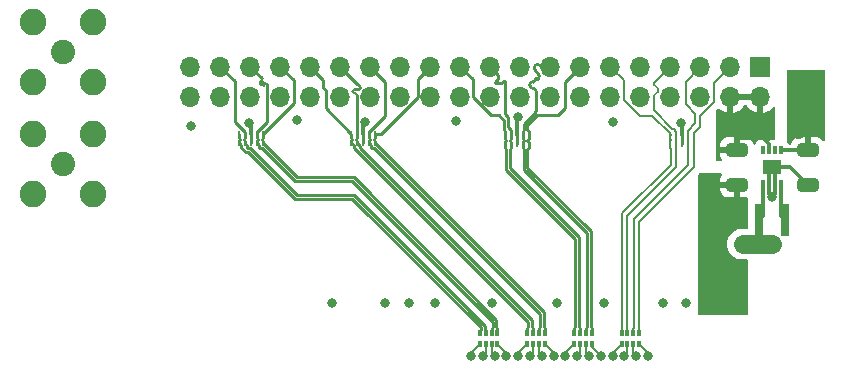
<source format=gbr>
G04 #@! TF.GenerationSoftware,KiCad,Pcbnew,6.0.7-1.fc35*
G04 #@! TF.CreationDate,2022-09-05T19:08:22-05:00*
G04 #@! TF.ProjectId,rpi-adapter,7270692d-6164-4617-9074-65722e6b6963,rev?*
G04 #@! TF.SameCoordinates,Original*
G04 #@! TF.FileFunction,Copper,L1,Top*
G04 #@! TF.FilePolarity,Positive*
%FSLAX46Y46*%
G04 Gerber Fmt 4.6, Leading zero omitted, Abs format (unit mm)*
G04 Created by KiCad (PCBNEW 6.0.7-1.fc35) date 2022-09-05 19:08:22*
%MOMM*%
%LPD*%
G01*
G04 APERTURE LIST*
G04 Aperture macros list*
%AMRoundRect*
0 Rectangle with rounded corners*
0 $1 Rounding radius*
0 $2 $3 $4 $5 $6 $7 $8 $9 X,Y pos of 4 corners*
0 Add a 4 corners polygon primitive as box body*
4,1,4,$2,$3,$4,$5,$6,$7,$8,$9,$2,$3,0*
0 Add four circle primitives for the rounded corners*
1,1,$1+$1,$2,$3*
1,1,$1+$1,$4,$5*
1,1,$1+$1,$6,$7*
1,1,$1+$1,$8,$9*
0 Add four rect primitives between the rounded corners*
20,1,$1+$1,$2,$3,$4,$5,0*
20,1,$1+$1,$4,$5,$6,$7,0*
20,1,$1+$1,$6,$7,$8,$9,0*
20,1,$1+$1,$8,$9,$2,$3,0*%
G04 Aperture macros list end*
G04 #@! TA.AperFunction,ComponentPad*
%ADD10C,2.050000*%
G04 #@! TD*
G04 #@! TA.AperFunction,ComponentPad*
%ADD11C,2.250000*%
G04 #@! TD*
G04 #@! TA.AperFunction,ComponentPad*
%ADD12R,1.700000X1.700000*%
G04 #@! TD*
G04 #@! TA.AperFunction,ComponentPad*
%ADD13O,1.700000X1.700000*%
G04 #@! TD*
G04 #@! TA.AperFunction,SMDPad,CuDef*
%ADD14R,0.400000X0.500000*%
G04 #@! TD*
G04 #@! TA.AperFunction,SMDPad,CuDef*
%ADD15R,0.300000X0.500000*%
G04 #@! TD*
G04 #@! TA.AperFunction,SMDPad,CuDef*
%ADD16R,0.200000X0.475000*%
G04 #@! TD*
G04 #@! TA.AperFunction,SMDPad,CuDef*
%ADD17RoundRect,0.250000X-0.650000X0.325000X-0.650000X-0.325000X0.650000X-0.325000X0.650000X0.325000X0*%
G04 #@! TD*
G04 #@! TA.AperFunction,SMDPad,CuDef*
%ADD18R,0.300000X0.750000*%
G04 #@! TD*
G04 #@! TA.AperFunction,SMDPad,CuDef*
%ADD19R,1.500000X1.300000*%
G04 #@! TD*
G04 #@! TA.AperFunction,SMDPad,CuDef*
%ADD20R,0.800000X2.700000*%
G04 #@! TD*
G04 #@! TA.AperFunction,ViaPad*
%ADD21C,0.800000*%
G04 #@! TD*
G04 #@! TA.AperFunction,Conductor*
%ADD22C,0.300000*%
G04 #@! TD*
G04 #@! TA.AperFunction,Conductor*
%ADD23C,1.600000*%
G04 #@! TD*
G04 #@! TA.AperFunction,Conductor*
%ADD24C,0.500000*%
G04 #@! TD*
G04 #@! TA.AperFunction,Conductor*
%ADD25C,0.220000*%
G04 #@! TD*
G04 #@! TA.AperFunction,Conductor*
%ADD26C,0.200000*%
G04 #@! TD*
G04 #@! TA.AperFunction,Conductor*
%ADD27C,0.150000*%
G04 #@! TD*
G04 APERTURE END LIST*
D10*
G04 #@! TO.P,J2,1,In*
G04 #@! TO.N,/PIN_F22 P*
X79500000Y-72250000D03*
D11*
G04 #@! TO.P,J2,2,Ext*
G04 #@! TO.N,GND*
X76960000Y-69710000D03*
X82040000Y-69710000D03*
X76960000Y-74790000D03*
X82040000Y-74790000D03*
G04 #@! TD*
D12*
G04 #@! TO.P,J1,1,Pin_1*
G04 #@! TO.N,+3.3V*
X138500000Y-73500000D03*
D13*
G04 #@! TO.P,J1,2,Pin_2*
G04 #@! TO.N,+5V*
X138500000Y-76040000D03*
G04 #@! TO.P,J1,3,Pin_3*
G04 #@! TO.N,/PIN_L22 P*
X135960000Y-73500000D03*
G04 #@! TO.P,J1,4,Pin_4*
G04 #@! TO.N,+5V*
X135960000Y-76040000D03*
G04 #@! TO.P,J1,5,Pin_5*
G04 #@! TO.N,/PIN_L22 N*
X133420000Y-73500000D03*
G04 #@! TO.P,J1,6,Pin_6*
G04 #@! TO.N,GND*
X133420000Y-76040000D03*
G04 #@! TO.P,J1,7,Pin_7*
G04 #@! TO.N,/PIN_N19 P*
X130880000Y-73500000D03*
G04 #@! TO.P,J1,8,Pin_8*
G04 #@! TO.N,/PIN_M24 P*
X130880000Y-76040000D03*
G04 #@! TO.P,J1,9,Pin_9*
G04 #@! TO.N,GND*
X128340000Y-73500000D03*
G04 #@! TO.P,J1,10,Pin_10*
G04 #@! TO.N,/PIN_M24 N*
X128340000Y-76040000D03*
G04 #@! TO.P,J1,11,Pin_11*
G04 #@! TO.N,/PIN_N19 N*
X125800000Y-73500000D03*
G04 #@! TO.P,J1,12,Pin_12*
G04 #@! TO.N,/PIN_J24 P*
X125800000Y-76040000D03*
G04 #@! TO.P,J1,13,Pin_13*
G04 #@! TO.N,/PIN_J21 P*
X123260000Y-73500000D03*
G04 #@! TO.P,J1,14,Pin_14*
G04 #@! TO.N,GND*
X123260000Y-76040000D03*
G04 #@! TO.P,J1,15,Pin_15*
G04 #@! TO.N,/PIN_J21 N*
X120720000Y-73500000D03*
G04 #@! TO.P,J1,16,Pin_16*
G04 #@! TO.N,/PIN_J24 N*
X120720000Y-76040000D03*
G04 #@! TO.P,J1,17,Pin_17*
G04 #@! TO.N,+3.3V*
X118180000Y-73500000D03*
G04 #@! TO.P,J1,18,Pin_18*
G04 #@! TO.N,/PIN_H21 P*
X118180000Y-76040000D03*
G04 #@! TO.P,J1,19,Pin_19*
G04 #@! TO.N,/PIN_J26 P*
X115640000Y-73500000D03*
G04 #@! TO.P,J1,20,Pin_20*
G04 #@! TO.N,GND*
X115640000Y-76040000D03*
G04 #@! TO.P,J1,21,Pin_21*
G04 #@! TO.N,/PIN_J26 N*
X113100000Y-73500000D03*
G04 #@! TO.P,J1,22,Pin_22*
G04 #@! TO.N,/PIN_H21 N*
X113100000Y-76040000D03*
G04 #@! TO.P,J1,23,Pin_23*
G04 #@! TO.N,/PIN_G25 P*
X110560000Y-73500000D03*
G04 #@! TO.P,J1,24,Pin_24*
G04 #@! TO.N,/PIN_E21 P*
X110560000Y-76040000D03*
G04 #@! TO.P,J1,25,Pin_25*
G04 #@! TO.N,GND*
X108020000Y-73500000D03*
G04 #@! TO.P,J1,26,Pin_26*
G04 #@! TO.N,/PIN_E21 N*
X108020000Y-76040000D03*
G04 #@! TO.P,J1,27,Pin_27*
G04 #@! TO.N,/PIN_G25 N*
X105480000Y-73500000D03*
G04 #@! TO.P,J1,28,Pin_28*
G04 #@! TO.N,/PIN_G22_P*
X105480000Y-76040000D03*
G04 #@! TO.P,J1,29,Pin_29*
G04 #@! TO.N,/PIN_F25 P*
X102940000Y-73500000D03*
G04 #@! TO.P,J1,30,Pin_30*
G04 #@! TO.N,GND*
X102940000Y-76040000D03*
G04 #@! TO.P,J1,31,Pin_31*
G04 #@! TO.N,/PIN_F25 N*
X100400000Y-73500000D03*
G04 #@! TO.P,J1,32,Pin_32*
G04 #@! TO.N,/PIN_G22_N*
X100400000Y-76040000D03*
G04 #@! TO.P,J1,33,Pin_33*
G04 #@! TO.N,/PIN_D26 P*
X97860000Y-73500000D03*
G04 #@! TO.P,J1,34,Pin_34*
G04 #@! TO.N,GND*
X97860000Y-76040000D03*
G04 #@! TO.P,J1,35,Pin_35*
G04 #@! TO.N,/PIN_D26 N*
X95320000Y-73500000D03*
G04 #@! TO.P,J1,36,Pin_36*
G04 #@! TO.N,/PIN_E25 P*
X95320000Y-76040000D03*
G04 #@! TO.P,J1,37,Pin_37*
G04 #@! TO.N,/PIN_A23 P*
X92780000Y-73500000D03*
G04 #@! TO.P,J1,38,Pin_38*
G04 #@! TO.N,/PIN_E25 N*
X92780000Y-76040000D03*
G04 #@! TO.P,J1,39,Pin_39*
G04 #@! TO.N,GND*
X90240000Y-73500000D03*
G04 #@! TO.P,J1,40,Pin_40*
G04 #@! TO.N,/PIN_D23 P*
X90240000Y-76040000D03*
G04 #@! TD*
D14*
G04 #@! TO.P,RN8,1,R1.1*
G04 #@! TO.N,Net-(J5-Pad61)*
X114750000Y-97000000D03*
D15*
G04 #@! TO.P,RN8,2,R2.1*
G04 #@! TO.N,Net-(J5-Pad59)*
X115250000Y-97000000D03*
G04 #@! TO.P,RN8,3,R3.1*
G04 #@! TO.N,Net-(J5-Pad57)*
X115750000Y-97000000D03*
D14*
G04 #@! TO.P,RN8,4,R4.1*
G04 #@! TO.N,Net-(J5-Pad55)*
X116250000Y-97000000D03*
G04 #@! TO.P,RN8,5,R4.2*
G04 #@! TO.N,/PIN_D26 P*
X116250000Y-96000000D03*
D15*
G04 #@! TO.P,RN8,6,R3.2*
G04 #@! TO.N,/PIN_D26 N*
X115750000Y-96000000D03*
G04 #@! TO.P,RN8,7,R2.2*
G04 #@! TO.N,/PIN_A23 P*
X115250000Y-96000000D03*
D14*
G04 #@! TO.P,RN8,8,R1.2*
G04 #@! TO.N,/PIN_A23 N*
X114750000Y-96000000D03*
G04 #@! TD*
D10*
G04 #@! TO.P,J3,1,In*
G04 #@! TO.N,/PIN_F22 N*
X79500000Y-81750000D03*
D11*
G04 #@! TO.P,J3,2,Ext*
G04 #@! TO.N,GND*
X82040000Y-79210000D03*
X76960000Y-79210000D03*
X76960000Y-84290000D03*
X82040000Y-84290000D03*
G04 #@! TD*
D16*
G04 #@! TO.P,D6,1,K1*
G04 #@! TO.N,/PIN_J26 N*
X116880000Y-79265000D03*
X116880000Y-80040000D03*
G04 #@! TO.P,D6,2,A*
G04 #@! TO.N,GND*
X117880000Y-80040000D03*
G04 #@! TO.P,D6,3,K2*
G04 #@! TO.N,/PIN_J26 P*
X117380000Y-80040000D03*
X117380000Y-79265000D03*
G04 #@! TO.P,D6,4,K3*
G04 #@! TO.N,/PIN_J21 N*
X118380000Y-79265000D03*
X118380000Y-80040000D03*
G04 #@! TO.P,D6,5,A*
G04 #@! TO.N,GND*
X117880000Y-79265000D03*
G04 #@! TO.P,D6,6,K4*
G04 #@! TO.N,/PIN_J21 P*
X118880000Y-79265000D03*
X118880000Y-80040000D03*
G04 #@! TD*
D14*
G04 #@! TO.P,RN7,1,R1.1*
G04 #@! TO.N,Net-(J5-Pad51)*
X118750000Y-97000000D03*
D15*
G04 #@! TO.P,RN7,2,R2.1*
G04 #@! TO.N,Net-(J5-Pad49)*
X119250000Y-97000000D03*
G04 #@! TO.P,RN7,3,R3.1*
G04 #@! TO.N,Net-(J5-Pad47)*
X119750000Y-97000000D03*
D14*
G04 #@! TO.P,RN7,4,R4.1*
G04 #@! TO.N,Net-(J5-Pad45)*
X120250000Y-97000000D03*
G04 #@! TO.P,RN7,5,R4.2*
G04 #@! TO.N,/PIN_G25 P*
X120250000Y-96000000D03*
D15*
G04 #@! TO.P,RN7,6,R3.2*
G04 #@! TO.N,/PIN_G25 N*
X119750000Y-96000000D03*
G04 #@! TO.P,RN7,7,R2.2*
G04 #@! TO.N,/PIN_F25 P*
X119250000Y-96000000D03*
D14*
G04 #@! TO.P,RN7,8,R1.2*
G04 #@! TO.N,/PIN_F25 N*
X118750000Y-96000000D03*
G04 #@! TD*
D16*
G04 #@! TO.P,D7,1,K1*
G04 #@! TO.N,/PIN_F25 N*
X103880000Y-79152500D03*
X103880000Y-79927500D03*
G04 #@! TO.P,D7,2,A*
G04 #@! TO.N,GND*
X104880000Y-79927500D03*
G04 #@! TO.P,D7,3,K2*
G04 #@! TO.N,/PIN_F25 P*
X104380000Y-79152500D03*
X104380000Y-79927500D03*
G04 #@! TO.P,D7,4,K3*
G04 #@! TO.N,/PIN_G25 N*
X105380000Y-79152500D03*
X105380000Y-79927500D03*
G04 #@! TO.P,D7,5,A*
G04 #@! TO.N,GND*
X104880000Y-79152500D03*
G04 #@! TO.P,D7,6,K4*
G04 #@! TO.N,/PIN_G25 P*
X105880000Y-79152500D03*
X105880000Y-79927500D03*
G04 #@! TD*
D17*
G04 #@! TO.P,C2,1*
G04 #@! TO.N,+5V*
X136500000Y-80525000D03*
G04 #@! TO.P,C2,2*
G04 #@! TO.N,GND*
X136500000Y-83475000D03*
G04 #@! TD*
D14*
G04 #@! TO.P,RN6,1,R1.1*
G04 #@! TO.N,Net-(J5-Pad41)*
X122750000Y-97000000D03*
D15*
G04 #@! TO.P,RN6,2,R2.1*
G04 #@! TO.N,Net-(J5-Pad39)*
X123250000Y-97000000D03*
G04 #@! TO.P,RN6,3,R3.1*
G04 #@! TO.N,Net-(J5-Pad37)*
X123750000Y-97000000D03*
D14*
G04 #@! TO.P,RN6,4,R4.1*
G04 #@! TO.N,Net-(J5-Pad35)*
X124250000Y-97000000D03*
G04 #@! TO.P,RN6,5,R4.2*
G04 #@! TO.N,/PIN_J21 P*
X124250000Y-96000000D03*
D15*
G04 #@! TO.P,RN6,6,R3.2*
G04 #@! TO.N,/PIN_J21 N*
X123750000Y-96000000D03*
G04 #@! TO.P,RN6,7,R2.2*
G04 #@! TO.N,/PIN_J26 P*
X123250000Y-96000000D03*
D14*
G04 #@! TO.P,RN6,8,R1.2*
G04 #@! TO.N,/PIN_J26 N*
X122750000Y-96000000D03*
G04 #@! TD*
D17*
G04 #@! TO.P,C1,1*
G04 #@! TO.N,+3.3V*
X142500000Y-80525000D03*
G04 #@! TO.P,C1,2*
G04 #@! TO.N,GND*
X142500000Y-83475000D03*
G04 #@! TD*
D16*
G04 #@! TO.P,D5,1,K1*
G04 #@! TO.N,/PIN_N19 N*
X130880000Y-79265000D03*
X130880000Y-80040000D03*
G04 #@! TO.P,D5,2,A*
G04 #@! TO.N,GND*
X131880000Y-80040000D03*
G04 #@! TO.P,D5,3,K2*
G04 #@! TO.N,/PIN_N19 P*
X131380000Y-79265000D03*
X131380000Y-80040000D03*
G04 #@! TO.P,D5,4,K3*
G04 #@! TO.N,/PIN_L22 N*
X132380000Y-79265000D03*
X132380000Y-80040000D03*
G04 #@! TO.P,D5,5,A*
G04 #@! TO.N,GND*
X131880000Y-79265000D03*
G04 #@! TO.P,D5,6,K4*
G04 #@! TO.N,/PIN_L22 P*
X132880000Y-79265000D03*
X132880000Y-80040000D03*
G04 #@! TD*
D14*
G04 #@! TO.P,RN5,1,R1.1*
G04 #@! TO.N,Net-(J5-Pad31)*
X126750000Y-97000000D03*
D15*
G04 #@! TO.P,RN5,2,R2.1*
G04 #@! TO.N,Net-(J5-Pad29)*
X127250000Y-97000000D03*
G04 #@! TO.P,RN5,3,R3.1*
G04 #@! TO.N,Net-(J5-Pad27)*
X127750000Y-97000000D03*
D14*
G04 #@! TO.P,RN5,4,R4.1*
G04 #@! TO.N,Net-(J5-Pad25)*
X128250000Y-97000000D03*
G04 #@! TO.P,RN5,5,R4.2*
G04 #@! TO.N,/PIN_L22 P*
X128250000Y-96000000D03*
D15*
G04 #@! TO.P,RN5,6,R3.2*
G04 #@! TO.N,/PIN_L22 N*
X127750000Y-96000000D03*
G04 #@! TO.P,RN5,7,R2.2*
G04 #@! TO.N,/PIN_N19 P*
X127250000Y-96000000D03*
D14*
G04 #@! TO.P,RN5,8,R1.2*
G04 #@! TO.N,/PIN_N19 N*
X126750000Y-96000000D03*
G04 #@! TD*
D16*
G04 #@! TO.P,D8,1,K1*
G04 #@! TO.N,/PIN_A23 N*
X94380000Y-79927500D03*
X94380000Y-79152500D03*
G04 #@! TO.P,D8,2,A*
G04 #@! TO.N,GND*
X95380000Y-79927500D03*
G04 #@! TO.P,D8,3,K2*
G04 #@! TO.N,/PIN_A23 P*
X94880000Y-79927500D03*
X94880000Y-79152500D03*
G04 #@! TO.P,D8,4,K3*
G04 #@! TO.N,/PIN_D26 N*
X95880000Y-79927500D03*
X95880000Y-79152500D03*
G04 #@! TO.P,D8,5,A*
G04 #@! TO.N,GND*
X95380000Y-79152500D03*
G04 #@! TO.P,D8,6,K4*
G04 #@! TO.N,/PIN_D26 P*
X96380000Y-79152500D03*
X96380000Y-79927500D03*
G04 #@! TD*
D18*
G04 #@! TO.P,U1,1,EN*
G04 #@! TO.N,+3.3V*
X138750000Y-83450000D03*
G04 #@! TO.P,U1,2,GND*
G04 #@! TO.N,GND*
X139250000Y-83450000D03*
G04 #@! TO.P,U1,3,GND*
X139750000Y-83450000D03*
G04 #@! TO.P,U1,4,SW*
G04 #@! TO.N,Net-(L1-Pad1)*
X140250000Y-83450000D03*
G04 #@! TO.P,U1,5,VIN*
G04 #@! TO.N,+3.3V*
X140250000Y-80550000D03*
G04 #@! TO.P,U1,6,NC2*
G04 #@! TO.N,unconnected-(U1-Pad6)*
X139750000Y-80550000D03*
G04 #@! TO.P,U1,7,VOUT*
G04 #@! TO.N,+5V*
X139250000Y-80550000D03*
G04 #@! TO.P,U1,8,NC1*
G04 #@! TO.N,unconnected-(U1-Pad8)*
X138750000Y-80550000D03*
D19*
G04 #@! TO.P,U1,9,GND*
G04 #@! TO.N,GND*
X139500000Y-82000000D03*
G04 #@! TD*
D20*
G04 #@! TO.P,L1,1,1*
G04 #@! TO.N,Net-(L1-Pad1)*
X140600000Y-86500000D03*
G04 #@! TO.P,L1,2,2*
G04 #@! TO.N,+3.3V*
X138400000Y-86500000D03*
G04 #@! TD*
D21*
G04 #@! TO.N,+3.3V*
X141700000Y-75700000D03*
X141700000Y-76800000D03*
X139500000Y-88500000D03*
X141700000Y-78800000D03*
X137500000Y-88500000D03*
X141700000Y-77800000D03*
X138500000Y-88500000D03*
G04 #@! TO.N,GND*
X115750000Y-93500000D03*
X134000000Y-93500000D03*
X99250000Y-78000000D03*
X90261428Y-78492961D03*
X130250000Y-93500000D03*
X139500000Y-82000000D03*
X125989500Y-78134944D03*
X106750000Y-93500000D03*
X132250000Y-93500000D03*
X135750000Y-93500000D03*
X139500000Y-84500000D03*
X135000000Y-86250000D03*
X118000000Y-77750000D03*
X135000000Y-88250000D03*
X135000000Y-87250000D03*
X121250000Y-93500000D03*
X102250000Y-93500000D03*
X108750000Y-93500000D03*
X111000000Y-93500000D03*
X95250000Y-78250000D03*
X125250000Y-93500000D03*
X104989500Y-78134944D03*
X131750000Y-78250000D03*
X112770500Y-78052524D03*
G04 #@! TO.N,Net-(J5-Pad61)*
X114000000Y-98000000D03*
G04 #@! TO.N,Net-(J5-Pad59)*
X115000000Y-98000000D03*
G04 #@! TO.N,Net-(J5-Pad57)*
X116000000Y-98000000D03*
G04 #@! TO.N,Net-(J5-Pad55)*
X117000000Y-98000000D03*
G04 #@! TO.N,Net-(J5-Pad51)*
X118000000Y-98000000D03*
G04 #@! TO.N,Net-(J5-Pad49)*
X119000000Y-98000000D03*
G04 #@! TO.N,Net-(J5-Pad47)*
X120000000Y-98000000D03*
G04 #@! TO.N,Net-(J5-Pad45)*
X121000000Y-98000000D03*
G04 #@! TO.N,Net-(J5-Pad41)*
X122000000Y-98000000D03*
G04 #@! TO.N,Net-(J5-Pad39)*
X123000000Y-98000000D03*
G04 #@! TO.N,Net-(J5-Pad37)*
X123999317Y-98019245D03*
G04 #@! TO.N,Net-(J5-Pad35)*
X124998289Y-97986691D03*
G04 #@! TO.N,Net-(J5-Pad31)*
X126000000Y-98000000D03*
G04 #@! TO.N,Net-(J5-Pad29)*
X127000000Y-98000000D03*
G04 #@! TO.N,Net-(J5-Pad27)*
X128000000Y-98000000D03*
G04 #@! TO.N,Net-(J5-Pad25)*
X129000000Y-98000000D03*
G04 #@! TD*
D22*
G04 #@! TO.N,+5V*
X139250000Y-80550000D02*
X139250000Y-80045000D01*
X139250000Y-80045000D02*
X138705000Y-79500000D01*
X138705000Y-79500000D02*
X136750000Y-79500000D01*
X136750000Y-79500000D02*
X136500000Y-79750000D01*
X136500000Y-79750000D02*
X136500000Y-80525000D01*
G04 #@! TO.N,GND*
X142500000Y-83475000D02*
X141025000Y-82000000D01*
X141025000Y-82000000D02*
X139500000Y-82000000D01*
D23*
G04 #@! TO.N,+3.3V*
X139500000Y-88500000D02*
X137000000Y-88500000D01*
D22*
X138750000Y-83450000D02*
X138750000Y-86150000D01*
X138750000Y-86150000D02*
X138400000Y-86500000D01*
X140250000Y-80550000D02*
X142475000Y-80550000D01*
D23*
X141700000Y-76800000D02*
X141700000Y-77800000D01*
D22*
X142475000Y-80550000D02*
X142500000Y-80525000D01*
D23*
X141700000Y-75700000D02*
X141700000Y-76800000D01*
X141700000Y-77800000D02*
X141700000Y-78800000D01*
D24*
X138500000Y-88500000D02*
X138500000Y-86600000D01*
X138500000Y-86600000D02*
X138400000Y-86500000D01*
D22*
G04 #@! TO.N,GND*
X117880000Y-77870000D02*
X118000000Y-77750000D01*
X131880000Y-79265000D02*
X131880000Y-78380000D01*
X95380000Y-79152500D02*
X95380000Y-78380000D01*
X139250000Y-82250000D02*
X139500000Y-82000000D01*
X139750000Y-83450000D02*
X139750000Y-82250000D01*
X139750000Y-84250000D02*
X139500000Y-84500000D01*
X117880000Y-79265000D02*
X117880000Y-77870000D01*
X104880000Y-78244444D02*
X104989500Y-78134944D01*
X95380000Y-78380000D02*
X95250000Y-78250000D01*
D25*
X95380000Y-79927500D02*
X95380000Y-79152500D01*
D22*
X139250000Y-83450000D02*
X139250000Y-84250000D01*
D25*
X117880000Y-80040000D02*
X117880000Y-79265000D01*
D22*
X139750000Y-82250000D02*
X139500000Y-82000000D01*
D25*
X131880000Y-80040000D02*
X131880000Y-79265000D01*
X104880000Y-79927500D02*
X104880000Y-79152500D01*
D22*
X139750000Y-83450000D02*
X139750000Y-84250000D01*
X139250000Y-83450000D02*
X139250000Y-82250000D01*
X139250000Y-84250000D02*
X139500000Y-84500000D01*
X104880000Y-79152500D02*
X104880000Y-78244444D01*
X131880000Y-78380000D02*
X131750000Y-78250000D01*
D26*
G04 #@! TO.N,/PIN_N19 P*
X131380000Y-80040000D02*
X131380000Y-79683749D01*
X131280000Y-78727500D02*
X131280000Y-78961800D01*
X131380000Y-80396251D02*
X131380000Y-80040000D01*
X127250000Y-95624999D02*
X127225000Y-95599999D01*
X129500000Y-76200000D02*
X129500000Y-77181800D01*
X131355000Y-81963200D02*
X131355000Y-80421251D01*
X131045700Y-78727500D02*
X131280000Y-78727500D01*
X127225000Y-95599999D02*
X127225000Y-86093200D01*
X129500000Y-74880000D02*
X129500000Y-75000000D01*
X127225000Y-86093200D02*
X131355000Y-81963200D01*
X131380000Y-79683749D02*
X131355000Y-79658749D01*
X129500000Y-75900000D02*
X129500000Y-76200000D01*
X131355000Y-79646251D02*
X131380000Y-79621251D01*
X130880000Y-73500000D02*
X129500000Y-74880000D01*
X131280000Y-78961800D02*
X131355001Y-79036801D01*
X131355001Y-79240001D02*
X131380000Y-79265000D01*
X131355000Y-80421251D02*
X131380000Y-80396251D01*
X127250000Y-96000000D02*
X127250000Y-95624999D01*
X129500000Y-77181800D02*
X131045700Y-78727500D01*
X131355000Y-79658749D02*
X131355000Y-79646251D01*
X129800000Y-75300000D02*
X129800000Y-75600000D01*
X131355001Y-79036801D02*
X131355001Y-79240001D01*
X131380000Y-79621251D02*
X131380000Y-79265000D01*
X129800000Y-75300000D02*
G75*
G03*
X129650000Y-75150000I-150000J0D01*
G01*
X129650000Y-75750000D02*
G75*
G03*
X129800000Y-75600000I0J150000D01*
G01*
X129650000Y-75150000D02*
G75*
G02*
X129500000Y-75000000I0J150000D01*
G01*
X129500000Y-75900000D02*
G75*
G02*
X129650000Y-75750000I150000J0D01*
G01*
D25*
G04 #@! TO.N,/PIN_G25 P*
X105880000Y-79974951D02*
X105880000Y-79927500D01*
X109500000Y-74560000D02*
X110560000Y-73500000D01*
X106406567Y-79152500D02*
X109500000Y-76059067D01*
X120160000Y-94254951D02*
X105880000Y-79974951D01*
X105880000Y-79152500D02*
X106406567Y-79152500D01*
X105790000Y-79598751D02*
X105880000Y-79508751D01*
X120160000Y-95534999D02*
X120160000Y-94254951D01*
X109500000Y-76059067D02*
X109500000Y-74560000D01*
X105880000Y-79790000D02*
X105790000Y-79700000D01*
X120250000Y-96000000D02*
X120250000Y-95624999D01*
X105790000Y-79700000D02*
X105790000Y-79598751D01*
X120250000Y-95624999D02*
X120160000Y-95534999D01*
X105880000Y-79927500D02*
X105880000Y-79790000D01*
X105880000Y-79508751D02*
X105880000Y-79152500D01*
G04 #@! TO.N,/PIN_A23 P*
X115160000Y-95433724D02*
X104066276Y-84340000D01*
X95070000Y-80375000D02*
X95070000Y-80164951D01*
X94880000Y-79974951D02*
X94880000Y-79927500D01*
X115160000Y-95810000D02*
X115160000Y-95433724D01*
X94790000Y-79700000D02*
X94790000Y-79598751D01*
X94000000Y-78135000D02*
X94000000Y-74720000D01*
X94880000Y-79790000D02*
X94790000Y-79700000D01*
X115250000Y-96000000D02*
X115250000Y-95900000D01*
X94880000Y-79152500D02*
X94880000Y-79015000D01*
X94880000Y-79015000D02*
X94000000Y-78135000D01*
X95070000Y-80164951D02*
X94880000Y-79974951D01*
X95280049Y-80375000D02*
X95070000Y-80375000D01*
X94880000Y-79508751D02*
X94880000Y-79152500D01*
X115250000Y-95900000D02*
X115160000Y-95810000D01*
X94880000Y-79927500D02*
X94880000Y-79790000D01*
X104066276Y-84340000D02*
X99245049Y-84340000D01*
X94000000Y-74720000D02*
X92780000Y-73500000D01*
X94790000Y-79598751D02*
X94880000Y-79508751D01*
X99245049Y-84340000D02*
X95280049Y-80375000D01*
G04 #@! TO.N,/PIN_D26 P*
X104066276Y-82840000D02*
X99245049Y-82840000D01*
X96380000Y-79508751D02*
X96380000Y-79152500D01*
X116160000Y-94933724D02*
X104066276Y-82840000D01*
X96290000Y-79598751D02*
X96380000Y-79508751D01*
X116160000Y-95534999D02*
X116160000Y-94933724D01*
X96380000Y-79790000D02*
X96290000Y-79700000D01*
X116250000Y-95624999D02*
X116160000Y-95534999D01*
X99000000Y-76532500D02*
X99000000Y-74640000D01*
X99000000Y-74640000D02*
X97860000Y-73500000D01*
X96380000Y-79152500D02*
X99000000Y-76532500D01*
X96290000Y-79700000D02*
X96290000Y-79598751D01*
X99245049Y-82840000D02*
X96380000Y-79974951D01*
X96380000Y-79927500D02*
X96380000Y-79790000D01*
X96380000Y-79974951D02*
X96380000Y-79927500D01*
X116250000Y-96000000D02*
X116250000Y-95624999D01*
D26*
G04 #@! TO.N,/PIN_L22 P*
X132880000Y-80040000D02*
X132880000Y-79683749D01*
X128225000Y-86593200D02*
X128225000Y-95599999D01*
X132880000Y-79265000D02*
X132880000Y-79127500D01*
X132855000Y-79646251D02*
X132880000Y-79621251D01*
X128250000Y-95624999D02*
X128250000Y-96000000D01*
X132880000Y-79621251D02*
X132880000Y-79265000D01*
X134570000Y-74890000D02*
X135960000Y-73500000D01*
X133399501Y-78607999D02*
X133399501Y-77686845D01*
X132855000Y-81963200D02*
X128225000Y-86593200D01*
X128225000Y-95599999D02*
X128250000Y-95624999D01*
X132880000Y-79127500D02*
X133399501Y-78607999D01*
X132855000Y-80421251D02*
X132855000Y-81963200D01*
X132880000Y-80040000D02*
X132880000Y-80396251D01*
X132855000Y-79658749D02*
X132855000Y-79646251D01*
X132880000Y-79683749D02*
X132855000Y-79658749D01*
X133399501Y-77686845D02*
X134570000Y-76516346D01*
X132880000Y-80396251D02*
X132855000Y-80421251D01*
X134570000Y-76516346D02*
X134570000Y-74890000D01*
D25*
G04 #@! TO.N,/PIN_J21 P*
X118880000Y-80040000D02*
X118880000Y-79902500D01*
X124160000Y-95534999D02*
X124160000Y-87433724D01*
X118790000Y-79711251D02*
X118880000Y-79621251D01*
X118880000Y-79621251D02*
X118880000Y-79265000D01*
X118790000Y-78436276D02*
X118790000Y-78818749D01*
X124250000Y-95624999D02*
X124160000Y-95534999D01*
X121386862Y-77613138D02*
X119613138Y-77613138D01*
X119613138Y-77613138D02*
X118790000Y-78436276D01*
X123260000Y-73500000D02*
X122000000Y-74760000D01*
X124250000Y-96000000D02*
X124250000Y-95624999D01*
X118880000Y-79902500D02*
X118790000Y-79812500D01*
X122000000Y-77000000D02*
X121386862Y-77613138D01*
X118880000Y-78908749D02*
X118880000Y-79265000D01*
X118790000Y-78818749D02*
X118880000Y-78908749D01*
X118790000Y-79812500D02*
X118790000Y-79711251D01*
X124160000Y-87433724D02*
X118790000Y-82063724D01*
X118790000Y-80486251D02*
X118880000Y-80396251D01*
X122000000Y-74760000D02*
X122000000Y-77000000D01*
X118790000Y-82063724D02*
X118790000Y-80486251D01*
X118880000Y-80396251D02*
X118880000Y-80040000D01*
G04 #@! TO.N,/PIN_J26 P*
X115640000Y-73500000D02*
X116320000Y-74180000D01*
X123160000Y-95534999D02*
X123160000Y-87933724D01*
X117380000Y-80040000D02*
X117380000Y-79902500D01*
X116564543Y-74906949D02*
X116783973Y-74687519D01*
X117290000Y-80486251D02*
X117380000Y-80396251D01*
X116857331Y-74717894D02*
X116885683Y-74745683D01*
X116783973Y-74687519D02*
X116857331Y-74717894D01*
X117290000Y-79711251D02*
X117380000Y-79621251D01*
X116102608Y-74906949D02*
X116564543Y-74906949D01*
X116885683Y-77495183D02*
X117140500Y-77750000D01*
X117380000Y-80396251D02*
X117380000Y-80040000D01*
X117380000Y-79621251D02*
X117380000Y-79265000D01*
X123250000Y-95624999D02*
X123160000Y-95534999D01*
X117290000Y-79812500D02*
X117290000Y-79711251D01*
X116072214Y-74833622D02*
X116102608Y-74906949D01*
X117380000Y-78807500D02*
X117380000Y-79265000D01*
X117290000Y-82063724D02*
X117290000Y-80486251D01*
X123160000Y-87933724D02*
X117290000Y-82063724D01*
X117140500Y-78568000D02*
X117380000Y-78807500D01*
X116320000Y-74180000D02*
X116320000Y-74506447D01*
X123250000Y-96000000D02*
X123250000Y-95624999D01*
X117140500Y-77750000D02*
X117140500Y-78568000D01*
X116320000Y-74506447D02*
X116072201Y-74754246D01*
X116072201Y-74754246D02*
X116072214Y-74833622D01*
X117380000Y-79902500D02*
X117290000Y-79812500D01*
X116885683Y-74745683D02*
X116885683Y-77495183D01*
G04 #@! TO.N,/PIN_F25 P*
X104380000Y-75378019D02*
X104380000Y-75410000D01*
X104380000Y-79927500D02*
X104380000Y-79790000D01*
X104498020Y-75378019D02*
X104498019Y-75378019D01*
X104290000Y-79700000D02*
X104290000Y-79598751D01*
X119160000Y-95534999D02*
X119160000Y-94965000D01*
X104380000Y-75410000D02*
X104153961Y-75410000D01*
X104153961Y-75730000D02*
X104220000Y-75730000D01*
X104380000Y-79508751D02*
X104380000Y-79152500D01*
X104570000Y-80375000D02*
X104570000Y-80164951D01*
X104616039Y-75176038D02*
X104616039Y-75260000D01*
X104498019Y-75378019D02*
X104380000Y-75378019D01*
X104380000Y-79790000D02*
X104290000Y-79700000D01*
X119250000Y-95624999D02*
X119160000Y-95534999D01*
X104380000Y-75890000D02*
X104380000Y-76179560D01*
X119250000Y-96000000D02*
X119250000Y-95624999D01*
X104498019Y-75058019D02*
X104498020Y-75058019D01*
X104290000Y-79598751D02*
X104380000Y-79508751D01*
X104380000Y-79974951D02*
X104380000Y-79927500D01*
X102940000Y-73500000D02*
X104380000Y-74940000D01*
X119160000Y-94965000D02*
X104570000Y-80375000D01*
X104570000Y-80164951D02*
X104380000Y-79974951D01*
X104380000Y-76179560D02*
X104380000Y-79152500D01*
X104380000Y-75890000D02*
G75*
G03*
X104220000Y-75730000I-160000J0D01*
G01*
X104498020Y-75378039D02*
G75*
G03*
X104616039Y-75260000I-20J118039D01*
G01*
X104615981Y-75176038D02*
G75*
G03*
X104498020Y-75058019I-117981J38D01*
G01*
X104153961Y-75730039D02*
G75*
G02*
X103993961Y-75570000I39J160039D01*
G01*
X104498019Y-75058000D02*
G75*
G02*
X104380000Y-74940000I-19J118000D01*
G01*
X103994000Y-75570000D02*
G75*
G02*
X104153961Y-75410000I160000J0D01*
G01*
D22*
G04 #@! TO.N,Net-(L1-Pad1)*
X140250000Y-83450000D02*
X140250000Y-86150000D01*
X140250000Y-86150000D02*
X140600000Y-86500000D01*
D26*
G04 #@! TO.N,/PIN_N19 N*
X126950000Y-76276346D02*
X126950000Y-74650000D01*
X130905000Y-81776800D02*
X130905000Y-80421251D01*
X130880000Y-80040000D02*
X130880000Y-79683749D01*
X126950000Y-74650000D02*
X125800000Y-73500000D01*
X130905000Y-79658749D02*
X130905000Y-79646251D01*
X130904999Y-79240001D02*
X130904999Y-79223199D01*
X130904999Y-79223199D02*
X129340900Y-77659100D01*
X130905000Y-80421251D02*
X130880000Y-80396251D01*
X130880000Y-79265000D02*
X130904999Y-79240001D01*
X126750000Y-95624999D02*
X126775000Y-95599999D01*
X130905000Y-79646251D02*
X130880000Y-79621251D01*
X129340900Y-77659100D02*
X128332754Y-77659100D01*
X130880000Y-80396251D02*
X130880000Y-80040000D01*
X130880000Y-79621251D02*
X130880000Y-79265000D01*
X130880000Y-79683749D02*
X130905000Y-79658749D01*
X126775000Y-85906800D02*
X130905000Y-81776800D01*
X126775000Y-95599999D02*
X126775000Y-85906800D01*
X128332754Y-77659100D02*
X126950000Y-76276346D01*
X126750000Y-96000000D02*
X126750000Y-95624999D01*
G04 #@! TO.N,/PIN_L22 N*
X127750000Y-95624999D02*
X127750000Y-96000000D01*
X132170000Y-76670000D02*
X132170000Y-74750000D01*
X132170000Y-74750000D02*
X133420000Y-73500000D01*
X132380000Y-78908749D02*
X133000000Y-78288749D01*
X133000000Y-77500000D02*
X132270000Y-76770000D01*
X132405000Y-79646251D02*
X132380000Y-79621251D01*
X132380000Y-80040000D02*
X132380000Y-79683749D01*
X132380000Y-80040000D02*
X132380000Y-80396251D01*
X132173806Y-76673806D02*
X132170000Y-76670000D01*
X132405000Y-79658749D02*
X132405000Y-79646251D01*
X132209845Y-76673806D02*
X132173806Y-76673806D01*
X127775000Y-95599999D02*
X127750000Y-95624999D01*
X133000000Y-78288749D02*
X133000000Y-77500000D01*
X132380000Y-80396251D02*
X132405000Y-80421251D01*
X132405000Y-80421251D02*
X132405000Y-81776800D01*
X132380000Y-79621251D02*
X132380000Y-79265000D01*
X132380000Y-79265000D02*
X132380000Y-78908749D01*
X132380000Y-79683749D02*
X132405000Y-79658749D01*
X132405000Y-81776800D02*
X127775000Y-86406800D01*
X127775000Y-86406800D02*
X127775000Y-95599999D01*
X132209858Y-76673782D02*
G75*
G02*
X132269999Y-76770000I-53458J-100318D01*
G01*
D25*
G04 #@! TO.N,/PIN_J26 N*
X116880000Y-79265000D02*
X116880000Y-78943807D01*
X122840000Y-88066276D02*
X116970000Y-82196276D01*
X114160000Y-74560000D02*
X113100000Y-73500000D01*
X114160000Y-76059067D02*
X114160000Y-74560000D01*
X116386862Y-77613138D02*
X115714071Y-77613138D01*
X116880000Y-78943807D02*
X116820999Y-78884805D01*
X116970000Y-79711251D02*
X116880000Y-79621251D01*
X116820999Y-78884805D02*
X116820999Y-78047275D01*
X116970000Y-79812500D02*
X116970000Y-79711251D01*
X116880000Y-80396251D02*
X116880000Y-80040000D01*
X116880000Y-79902500D02*
X116970000Y-79812500D01*
X116880000Y-80040000D02*
X116880000Y-79902500D01*
X115714071Y-77613138D02*
X114160000Y-76059067D01*
X116970000Y-82196276D02*
X116970000Y-80486251D01*
X116880000Y-79621251D02*
X116880000Y-79265000D01*
X122750000Y-96000000D02*
X122750000Y-95624999D01*
X122750000Y-95624999D02*
X122840000Y-95534999D01*
X122840000Y-95534999D02*
X122840000Y-88066276D01*
X116820999Y-78047275D02*
X116386862Y-77613138D01*
X116970000Y-80486251D02*
X116880000Y-80396251D01*
G04 #@! TO.N,/PIN_J21 N*
X118380000Y-80396251D02*
X118380000Y-80040000D01*
X118380000Y-79621251D02*
X118380000Y-79265000D01*
X118470000Y-82196276D02*
X118470000Y-80486251D01*
X123750000Y-95624999D02*
X123840000Y-95534999D01*
X119242974Y-74757026D02*
X119242973Y-74757026D01*
X120144267Y-73651472D02*
X119861424Y-73368629D01*
X119242973Y-75307026D02*
X119242974Y-75307026D01*
X119720000Y-74500000D02*
X119670000Y-74500000D01*
X119437158Y-73792894D02*
X119720000Y-74075736D01*
X123840000Y-95534999D02*
X123840000Y-87566276D01*
X118470000Y-80486251D02*
X118380000Y-80396251D01*
X119500000Y-75564052D02*
X119500000Y-75600000D01*
X118470000Y-79711251D02*
X118380000Y-79621251D01*
X118380000Y-79902500D02*
X118470000Y-79812500D01*
X119500000Y-75600000D02*
X119500000Y-77273724D01*
X120720000Y-73500000D02*
X120568531Y-73651472D01*
X118470000Y-78303724D02*
X118470000Y-78818749D01*
X118380000Y-80040000D02*
X118380000Y-79902500D01*
X118470000Y-79812500D02*
X118470000Y-79711251D01*
X119500000Y-77273724D02*
X118470000Y-78303724D01*
X118380000Y-78908749D02*
X118380000Y-79265000D01*
X118985947Y-75014052D02*
X118985947Y-75050000D01*
X118470000Y-78818749D02*
X118380000Y-78908749D01*
X123750000Y-96000000D02*
X123750000Y-95624999D01*
X119670000Y-74500000D02*
X119500000Y-74500000D01*
X119861424Y-73368629D02*
X119861424Y-73368630D01*
X123840000Y-87566276D02*
X118470000Y-82196276D01*
X119720031Y-74500031D02*
G75*
G03*
X119719999Y-74075737I-212131J212131D01*
G01*
X119242973Y-75307053D02*
G75*
G02*
X118985947Y-75050000I27J257053D01*
G01*
X119437159Y-73368631D02*
G75*
G02*
X119861423Y-73368631I212132J-212130D01*
G01*
X120144268Y-73651471D02*
G75*
G03*
X120568530Y-73651471I212131J212131D01*
G01*
X119242974Y-74757000D02*
G75*
G03*
X119500000Y-74500000I26J257000D01*
G01*
X119500074Y-75564052D02*
G75*
G03*
X119242974Y-75307026I-257074J-48D01*
G01*
X118985926Y-75014052D02*
G75*
G02*
X119242973Y-74757026I257074J-48D01*
G01*
X119437121Y-73792931D02*
G75*
G02*
X119437159Y-73368631I212179J212131D01*
G01*
G04 #@! TO.N,/PIN_F25 N*
X104070000Y-80117500D02*
X103880000Y-79927500D01*
X101750000Y-77022500D02*
X103880000Y-79152500D01*
X101500000Y-74600000D02*
X101500000Y-75250000D01*
X103970000Y-79598751D02*
X103880000Y-79508751D01*
X103970000Y-79700000D02*
X103970000Y-79598751D01*
X100400000Y-73500000D02*
X101500000Y-74600000D01*
X103880000Y-79790000D02*
X103970000Y-79700000D01*
X118840000Y-95097521D02*
X104070000Y-80327521D01*
X101750000Y-75500000D02*
X101750000Y-77022500D01*
X103880000Y-79508751D02*
X103880000Y-79152500D01*
X118750000Y-95624999D02*
X118840000Y-95534999D01*
X118750000Y-96000000D02*
X118750000Y-95624999D01*
X104070000Y-80327521D02*
X104070000Y-80117500D01*
X118840000Y-95534999D02*
X118840000Y-95097521D01*
X103880000Y-79927500D02*
X103880000Y-79790000D01*
X101500000Y-75250000D02*
X101750000Y-75500000D01*
G04 #@! TO.N,/PIN_G25 N*
X105380000Y-79508751D02*
X105380000Y-79152500D01*
X119750000Y-95624999D02*
X119840000Y-95534999D01*
X105570000Y-80375000D02*
X105570000Y-80117500D01*
X119840000Y-94387500D02*
X105827500Y-80375000D01*
X106750000Y-77645000D02*
X106750000Y-74770000D01*
X105470000Y-79598751D02*
X105380000Y-79508751D01*
X105470000Y-79700000D02*
X105470000Y-79598751D01*
X105380000Y-79015000D02*
X106750000Y-77645000D01*
X119750000Y-96000000D02*
X119750000Y-95624999D01*
X105380000Y-79927500D02*
X105380000Y-79790000D01*
X105570000Y-80117500D02*
X105380000Y-79927500D01*
X105380000Y-79790000D02*
X105470000Y-79700000D01*
X105380000Y-79152500D02*
X105380000Y-79015000D01*
X119840000Y-95534999D02*
X119840000Y-94387500D01*
X105827500Y-80375000D02*
X105570000Y-80375000D01*
X106750000Y-74770000D02*
X105480000Y-73500000D01*
G04 #@! TO.N,/PIN_A23 N*
X114750000Y-95900000D02*
X114840000Y-95810000D01*
X114840000Y-95810000D02*
X114840000Y-95566276D01*
X94570000Y-80117500D02*
X94380000Y-79927500D01*
X95147481Y-80694981D02*
X94937460Y-80694981D01*
X94380000Y-79508751D02*
X94380000Y-79152500D01*
X94470000Y-79598751D02*
X94380000Y-79508751D01*
X94470000Y-79700000D02*
X94470000Y-79598751D01*
X99112500Y-84660000D02*
X95147481Y-80694981D01*
X94380000Y-79790000D02*
X94470000Y-79700000D01*
X114840000Y-95566276D02*
X103933724Y-84660000D01*
X94380000Y-79927500D02*
X94380000Y-79790000D01*
X103933724Y-84660000D02*
X99112500Y-84660000D01*
X114750000Y-96000000D02*
X114750000Y-95900000D01*
X94570000Y-80327521D02*
X94570000Y-80117500D01*
X94937460Y-80694981D02*
X94570000Y-80327521D01*
G04 #@! TO.N,/PIN_D26 N*
X95880000Y-79927500D02*
X95880000Y-79790000D01*
X95970000Y-79700000D02*
X95970000Y-79598751D01*
X103933724Y-83160000D02*
X99112500Y-83160000D01*
X115750000Y-95624999D02*
X115840000Y-95534999D01*
X96419085Y-75009736D02*
X96511273Y-74917547D01*
X95880000Y-79015000D02*
X95880000Y-79152500D01*
X95320000Y-73500000D02*
X96285000Y-74465000D01*
X96737548Y-74917548D02*
X96750000Y-74930000D01*
X95970000Y-79598751D02*
X95880000Y-79508751D01*
X96285000Y-74691274D02*
X96192811Y-74783462D01*
X95880000Y-79508751D02*
X95880000Y-79152500D01*
X96070000Y-80375000D02*
X96070000Y-80117500D01*
X115840000Y-95066276D02*
X103933724Y-83160000D01*
X96419086Y-75009735D02*
X96419085Y-75009736D01*
X99112500Y-83160000D02*
X96327500Y-80375000D01*
X96327500Y-80375000D02*
X96070000Y-80375000D01*
X96070000Y-80117500D02*
X95880000Y-79927500D01*
X96737547Y-74917547D02*
X96737548Y-74917548D01*
X96750000Y-74930000D02*
X96750000Y-78145000D01*
X96750000Y-78145000D02*
X95880000Y-79015000D01*
X95880000Y-79790000D02*
X95970000Y-79700000D01*
X115840000Y-95534999D02*
X115840000Y-95066276D01*
X96284999Y-74691275D02*
X96285000Y-74691274D01*
X115750000Y-96000000D02*
X115750000Y-95624999D01*
X96419038Y-75009687D02*
G75*
G02*
X96192811Y-75009736I-113138J113087D01*
G01*
X96284962Y-74691238D02*
G75*
G03*
X96285000Y-74465000I-113062J113138D01*
G01*
X96737546Y-74917548D02*
G75*
G03*
X96511274Y-74917548I-113136J-113136D01*
G01*
X96192810Y-75009737D02*
G75*
G02*
X96192811Y-74783462I113090J113137D01*
G01*
D27*
G04 #@! TO.N,Net-(J5-Pad61)*
X114000000Y-97750000D02*
X114750000Y-97000000D01*
X114000000Y-98000000D02*
X114000000Y-97750000D01*
G04 #@! TO.N,Net-(J5-Pad59)*
X115250000Y-97750000D02*
X115250000Y-97000000D01*
X115000000Y-98000000D02*
X115250000Y-97750000D01*
G04 #@! TO.N,Net-(J5-Pad57)*
X116000000Y-98000000D02*
X115750000Y-97750000D01*
X115750000Y-97750000D02*
X115750000Y-97000000D01*
G04 #@! TO.N,Net-(J5-Pad55)*
X117000000Y-98000000D02*
X117000000Y-97750000D01*
X117000000Y-97750000D02*
X116250000Y-97000000D01*
G04 #@! TO.N,Net-(J5-Pad51)*
X118000000Y-97750000D02*
X118750000Y-97000000D01*
X118000000Y-98000000D02*
X118000000Y-97750000D01*
G04 #@! TO.N,Net-(J5-Pad49)*
X119000000Y-98000000D02*
X119250000Y-97750000D01*
X119250000Y-97750000D02*
X119250000Y-97000000D01*
G04 #@! TO.N,Net-(J5-Pad47)*
X119750000Y-97750000D02*
X119750000Y-97000000D01*
X120000000Y-98000000D02*
X119750000Y-97750000D01*
G04 #@! TO.N,Net-(J5-Pad45)*
X121000000Y-97750000D02*
X120250000Y-97000000D01*
X121000000Y-98000000D02*
X121000000Y-97750000D01*
G04 #@! TO.N,Net-(J5-Pad41)*
X122000000Y-98000000D02*
X122000000Y-97750000D01*
X122000000Y-97750000D02*
X122750000Y-97000000D01*
G04 #@! TO.N,Net-(J5-Pad39)*
X123000000Y-98000000D02*
X123250000Y-97750000D01*
X123250000Y-97750000D02*
X123250000Y-97000000D01*
G04 #@! TO.N,Net-(J5-Pad37)*
X123750000Y-97769928D02*
X123999317Y-98019245D01*
X123750000Y-97000000D02*
X123750000Y-97769928D01*
G04 #@! TO.N,Net-(J5-Pad35)*
X124250000Y-97000000D02*
X124250000Y-97238402D01*
X124250000Y-97238402D02*
X124998289Y-97986691D01*
G04 #@! TO.N,Net-(J5-Pad31)*
X126000000Y-97750000D02*
X126750000Y-97000000D01*
X126000000Y-98000000D02*
X126000000Y-97750000D01*
G04 #@! TO.N,Net-(J5-Pad29)*
X127250000Y-97750000D02*
X127250000Y-97000000D01*
X127000000Y-98000000D02*
X127250000Y-97750000D01*
G04 #@! TO.N,Net-(J5-Pad27)*
X127750000Y-97750000D02*
X127750000Y-97000000D01*
X128000000Y-98000000D02*
X127750000Y-97750000D01*
G04 #@! TO.N,Net-(J5-Pad25)*
X129000000Y-97750000D02*
X128250000Y-97000000D01*
X129000000Y-98000000D02*
X129000000Y-97750000D01*
G04 #@! TD*
G04 #@! TA.AperFunction,Conductor*
G04 #@! TO.N,+5V*
G36*
X138696121Y-75806002D02*
G01*
X138742614Y-75859658D01*
X138754000Y-75912000D01*
X138754000Y-77358517D01*
X138758064Y-77372359D01*
X138771478Y-77374393D01*
X138778184Y-77373534D01*
X138788262Y-77371392D01*
X138992255Y-77310191D01*
X139001842Y-77306433D01*
X139193095Y-77212739D01*
X139201945Y-77207464D01*
X139375328Y-77083792D01*
X139383193Y-77077145D01*
X139535060Y-76925806D01*
X139597431Y-76891890D01*
X139668238Y-76897078D01*
X139725000Y-76939724D01*
X139749694Y-77006287D01*
X139750000Y-77015057D01*
X139750000Y-79540500D01*
X139729998Y-79608621D01*
X139676342Y-79655114D01*
X139624000Y-79666500D01*
X139551866Y-79666500D01*
X139511280Y-79670909D01*
X139484067Y-79670909D01*
X139451483Y-79667369D01*
X139444672Y-79667000D01*
X139418115Y-79667000D01*
X139402876Y-79671475D01*
X139380611Y-79697170D01*
X139380082Y-79696712D01*
X139373318Y-79709100D01*
X139353160Y-79724208D01*
X139353294Y-79724386D01*
X139342877Y-79732193D01*
X139325564Y-79745168D01*
X139259057Y-79770015D01*
X139189675Y-79754961D01*
X139174436Y-79745168D01*
X139153889Y-79729769D01*
X139146706Y-79724386D01*
X139146922Y-79724097D01*
X139100861Y-79677935D01*
X139098647Y-79672582D01*
X139094135Y-79668672D01*
X139086452Y-79667001D01*
X139055330Y-79667001D01*
X139048512Y-79667370D01*
X139015933Y-79670909D01*
X138988720Y-79670909D01*
X138948134Y-79666500D01*
X138551866Y-79666500D01*
X138489684Y-79673255D01*
X138353295Y-79724385D01*
X138236739Y-79811739D01*
X138149385Y-79928295D01*
X138146233Y-79936704D01*
X138146232Y-79936705D01*
X138120347Y-80005753D01*
X138077706Y-80062518D01*
X138011144Y-80087218D01*
X137941795Y-80072011D01*
X137891677Y-80021725D01*
X137882841Y-80001400D01*
X137843412Y-79883216D01*
X137837239Y-79870038D01*
X137751937Y-79732193D01*
X137742901Y-79720792D01*
X137628171Y-79606261D01*
X137616760Y-79597249D01*
X137478757Y-79512184D01*
X137465576Y-79506037D01*
X137311290Y-79454862D01*
X137297914Y-79451995D01*
X137203562Y-79442328D01*
X137197145Y-79442000D01*
X136772115Y-79442000D01*
X136756876Y-79446475D01*
X136755671Y-79447865D01*
X136754000Y-79455548D01*
X136754000Y-80653000D01*
X136733998Y-80721121D01*
X136680342Y-80767614D01*
X136628000Y-80779000D01*
X135110116Y-80779000D01*
X135094877Y-80783475D01*
X135093672Y-80784865D01*
X135092001Y-80792548D01*
X135092001Y-80897095D01*
X135092338Y-80903614D01*
X135102257Y-80999206D01*
X135105149Y-81012600D01*
X135156588Y-81166784D01*
X135162761Y-81179962D01*
X135241807Y-81307697D01*
X135260645Y-81376148D01*
X135239484Y-81443918D01*
X135185043Y-81489489D01*
X135134663Y-81500000D01*
X134876000Y-81500000D01*
X134807879Y-81479998D01*
X134761386Y-81426342D01*
X134750000Y-81374000D01*
X134750000Y-80252885D01*
X135092000Y-80252885D01*
X135096475Y-80268124D01*
X135097865Y-80269329D01*
X135105548Y-80271000D01*
X136227885Y-80271000D01*
X136243124Y-80266525D01*
X136244329Y-80265135D01*
X136246000Y-80257452D01*
X136246000Y-79460116D01*
X136241525Y-79444877D01*
X136240135Y-79443672D01*
X136232452Y-79442001D01*
X135802905Y-79442001D01*
X135796386Y-79442338D01*
X135700794Y-79452257D01*
X135687400Y-79455149D01*
X135533216Y-79506588D01*
X135520038Y-79512761D01*
X135382193Y-79598063D01*
X135370792Y-79607099D01*
X135256261Y-79721829D01*
X135247249Y-79733240D01*
X135162184Y-79871243D01*
X135156037Y-79884424D01*
X135104862Y-80038710D01*
X135101995Y-80052086D01*
X135092328Y-80146438D01*
X135092000Y-80152855D01*
X135092000Y-80252885D01*
X134750000Y-80252885D01*
X134750000Y-77249085D01*
X134770002Y-77180964D01*
X134786905Y-77159990D01*
X134885346Y-77061549D01*
X134947658Y-77027523D01*
X135018473Y-77032588D01*
X135054925Y-77053699D01*
X135174435Y-77152917D01*
X135182881Y-77158831D01*
X135366756Y-77266279D01*
X135376042Y-77270729D01*
X135575001Y-77346703D01*
X135584899Y-77349579D01*
X135688250Y-77370606D01*
X135702299Y-77369410D01*
X135706000Y-77359065D01*
X135706000Y-77358517D01*
X136214000Y-77358517D01*
X136218064Y-77372359D01*
X136231478Y-77374393D01*
X136238184Y-77373534D01*
X136248262Y-77371392D01*
X136452255Y-77310191D01*
X136461842Y-77306433D01*
X136653095Y-77212739D01*
X136661945Y-77207464D01*
X136835328Y-77083792D01*
X136843200Y-77077139D01*
X136994052Y-76926812D01*
X137000730Y-76918965D01*
X137128022Y-76741819D01*
X137129147Y-76742627D01*
X137176669Y-76698876D01*
X137246607Y-76686661D01*
X137312046Y-76714197D01*
X137339870Y-76746028D01*
X137397690Y-76840383D01*
X137403777Y-76848699D01*
X137543213Y-77009667D01*
X137550580Y-77016883D01*
X137714434Y-77152916D01*
X137722881Y-77158831D01*
X137906756Y-77266279D01*
X137916042Y-77270729D01*
X138115001Y-77346703D01*
X138124899Y-77349579D01*
X138228250Y-77370606D01*
X138242299Y-77369410D01*
X138246000Y-77359065D01*
X138246000Y-76312115D01*
X138241525Y-76296876D01*
X138240135Y-76295671D01*
X138232452Y-76294000D01*
X136232115Y-76294000D01*
X136216876Y-76298475D01*
X136215671Y-76299865D01*
X136214000Y-76307548D01*
X136214000Y-77358517D01*
X135706000Y-77358517D01*
X135706000Y-75912000D01*
X135726002Y-75843879D01*
X135779658Y-75797386D01*
X135832000Y-75786000D01*
X138628000Y-75786000D01*
X138696121Y-75806002D01*
G37*
G04 #@! TD.AperFunction*
G04 #@! TD*
G04 #@! TA.AperFunction,Conductor*
G04 #@! TO.N,+3.3V*
G36*
X143942121Y-73770002D02*
G01*
X143988614Y-73823658D01*
X144000000Y-73876000D01*
X144000000Y-79689999D01*
X143979998Y-79758120D01*
X143926342Y-79804613D01*
X143856068Y-79814717D01*
X143791488Y-79785223D01*
X143766855Y-79756302D01*
X143751932Y-79732187D01*
X143742901Y-79720792D01*
X143628171Y-79606261D01*
X143616760Y-79597249D01*
X143478757Y-79512184D01*
X143465576Y-79506037D01*
X143311290Y-79454862D01*
X143297914Y-79451995D01*
X143203562Y-79442328D01*
X143197145Y-79442000D01*
X142772115Y-79442000D01*
X142756876Y-79446475D01*
X142755671Y-79447865D01*
X142754000Y-79455548D01*
X142754000Y-80653000D01*
X142733998Y-80721121D01*
X142680342Y-80767614D01*
X142628000Y-80779000D01*
X142372000Y-80779000D01*
X142303879Y-80758998D01*
X142257386Y-80705342D01*
X142246000Y-80653000D01*
X142246000Y-79460116D01*
X142241525Y-79444877D01*
X142240135Y-79443672D01*
X142232452Y-79442001D01*
X141802905Y-79442001D01*
X141796386Y-79442338D01*
X141700794Y-79452257D01*
X141687400Y-79455149D01*
X141533216Y-79506588D01*
X141520038Y-79512761D01*
X141382193Y-79598063D01*
X141370792Y-79607099D01*
X141256261Y-79721829D01*
X141247249Y-79733240D01*
X141162184Y-79871243D01*
X141156037Y-79884424D01*
X141117019Y-80002059D01*
X141076588Y-80060418D01*
X141011024Y-80087655D01*
X140941142Y-80075121D01*
X140889131Y-80026797D01*
X140879444Y-80006620D01*
X140853325Y-79936948D01*
X140844786Y-79921351D01*
X140775174Y-79828468D01*
X140750326Y-79761961D01*
X140750000Y-79752903D01*
X140750000Y-73876000D01*
X140770002Y-73807879D01*
X140823658Y-73761386D01*
X140876000Y-73750000D01*
X143874000Y-73750000D01*
X143942121Y-73770002D01*
G37*
G04 #@! TD.AperFunction*
G04 #@! TD*
G04 #@! TA.AperFunction,Conductor*
G04 #@! TO.N,GND*
G36*
X135202639Y-82520002D02*
G01*
X135249132Y-82573658D01*
X135259236Y-82643932D01*
X135241778Y-82692116D01*
X135162184Y-82821243D01*
X135156037Y-82834424D01*
X135104862Y-82988710D01*
X135101995Y-83002086D01*
X135092328Y-83096438D01*
X135092000Y-83102855D01*
X135092000Y-83202885D01*
X135096475Y-83218124D01*
X135097865Y-83219329D01*
X135105548Y-83221000D01*
X136628000Y-83221000D01*
X136696121Y-83241002D01*
X136742614Y-83294658D01*
X136754000Y-83347000D01*
X136754000Y-84539884D01*
X136758475Y-84555123D01*
X136759865Y-84556328D01*
X136767548Y-84557999D01*
X137197095Y-84557999D01*
X137203614Y-84557662D01*
X137299206Y-84547743D01*
X137312605Y-84544850D01*
X137334123Y-84537671D01*
X137405073Y-84535086D01*
X137466157Y-84571269D01*
X137497982Y-84634733D01*
X137500000Y-84657194D01*
X137500000Y-85021836D01*
X137497912Y-85039647D01*
X137498255Y-85039684D01*
X137491500Y-85101866D01*
X137491500Y-87065500D01*
X137471498Y-87133621D01*
X137417842Y-87180114D01*
X137365500Y-87191500D01*
X136942873Y-87191500D01*
X136940156Y-87191738D01*
X136940149Y-87191738D01*
X136871480Y-87197746D01*
X136771913Y-87206457D01*
X136766600Y-87207881D01*
X136766598Y-87207881D01*
X136556067Y-87264293D01*
X136556065Y-87264294D01*
X136550757Y-87265716D01*
X136545776Y-87268039D01*
X136545775Y-87268039D01*
X136348238Y-87360151D01*
X136348233Y-87360154D01*
X136343251Y-87362477D01*
X136238389Y-87435902D01*
X136160211Y-87490643D01*
X136160208Y-87490645D01*
X136155700Y-87493802D01*
X135993802Y-87655700D01*
X135862477Y-87843251D01*
X135860154Y-87848233D01*
X135860151Y-87848238D01*
X135768039Y-88045775D01*
X135765716Y-88050757D01*
X135706457Y-88271913D01*
X135686502Y-88500000D01*
X135706457Y-88728087D01*
X135765716Y-88949243D01*
X135768039Y-88954224D01*
X135768039Y-88954225D01*
X135860151Y-89151762D01*
X135860154Y-89151767D01*
X135862477Y-89156749D01*
X135993802Y-89344300D01*
X136155700Y-89506198D01*
X136160208Y-89509355D01*
X136160211Y-89509357D01*
X136238389Y-89564098D01*
X136343251Y-89637523D01*
X136348233Y-89639846D01*
X136348238Y-89639849D01*
X136545775Y-89731961D01*
X136550757Y-89734284D01*
X136556065Y-89735706D01*
X136556067Y-89735707D01*
X136766598Y-89792119D01*
X136766600Y-89792119D01*
X136771913Y-89793543D01*
X136871480Y-89802254D01*
X136940149Y-89808262D01*
X136940156Y-89808262D01*
X136942873Y-89808500D01*
X137374000Y-89808500D01*
X137442121Y-89828502D01*
X137488614Y-89882158D01*
X137500000Y-89934500D01*
X137500000Y-94374000D01*
X137479998Y-94442121D01*
X137426342Y-94488614D01*
X137374000Y-94500000D01*
X133376000Y-94500000D01*
X133307879Y-94479998D01*
X133261386Y-94426342D01*
X133250000Y-94374000D01*
X133250000Y-83847095D01*
X135092001Y-83847095D01*
X135092338Y-83853614D01*
X135102257Y-83949206D01*
X135105149Y-83962600D01*
X135156588Y-84116784D01*
X135162761Y-84129962D01*
X135248063Y-84267807D01*
X135257099Y-84279208D01*
X135371829Y-84393739D01*
X135383240Y-84402751D01*
X135521243Y-84487816D01*
X135534424Y-84493963D01*
X135688710Y-84545138D01*
X135702086Y-84548005D01*
X135796438Y-84557672D01*
X135802854Y-84558000D01*
X136227885Y-84558000D01*
X136243124Y-84553525D01*
X136244329Y-84552135D01*
X136246000Y-84544452D01*
X136246000Y-83747115D01*
X136241525Y-83731876D01*
X136240135Y-83730671D01*
X136232452Y-83729000D01*
X135110116Y-83729000D01*
X135094877Y-83733475D01*
X135093672Y-83734865D01*
X135092001Y-83742548D01*
X135092001Y-83847095D01*
X133250000Y-83847095D01*
X133250000Y-82626000D01*
X133270002Y-82557879D01*
X133323658Y-82511386D01*
X133376000Y-82500000D01*
X135134518Y-82500000D01*
X135202639Y-82520002D01*
G37*
G04 #@! TD.AperFunction*
G04 #@! TD*
M02*

</source>
